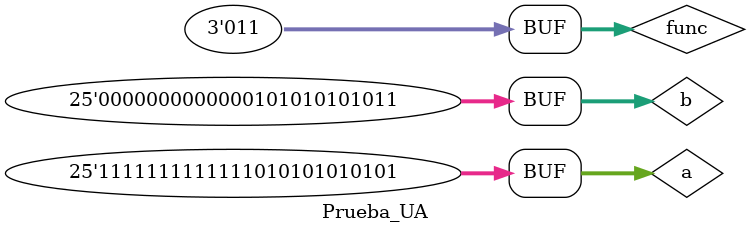
<source format=v>
`timescale 1ns / 1ps


module Prueba_UA;

	// Inputs
	reg [24:0] a;
	reg [24:0] b;
	reg [2:0] func;

	// Outputs
	wire [24:0] y;
	wire [49:0] y1;
	wire overflow;

	// Instantiate the Unit Under Test (UUT)
	unidad_aritmetica uut (
		.a(a), 
		.b(b), 
		.func(func), 
		.y(y), 
		.y1(y1), 
		.overflow(overflow)
	);
	
	initial begin
		// Initialize Inputs
		a = 25'sb1_1111_1111_1111_0101_0101_0101;
		b = 25'sb0_0000_0000_0000_1010_1010_1011;
		//func = 3'h0;

		// Wait 100 ns for global reset to finish
		#100;
    end    
		// Add stimulus here
	initial begin
		#1000 func=3'h1;
		#2000 func=3'h2;
		#4000 func=3'h3;

	end
      
endmodule

</source>
